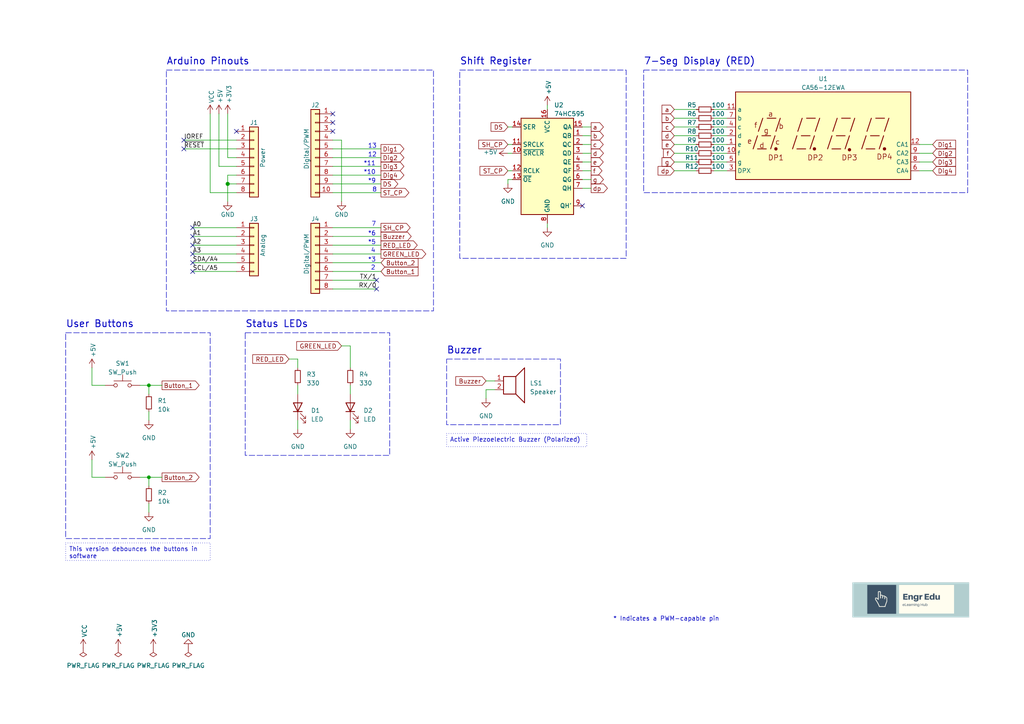
<source format=kicad_sch>
(kicad_sch (version 20230121) (generator eeschema)
  (paper "A4")
  (title_block (title "Arduino Uno Shield") (date "2023-03-22") (rev "1.0"))
  (lib_symbols
    (symbol "74xx:74HC595"
      (property "Reference" "U" (at -7.62 13.97 0))
      (property "Value" "74HC595" (at -7.62 -16.51 0))
      (symbol "74HC595_1_0"
        (pin tri_state line (at 10.16 7.62 180) (length 2.54) (name "QB") (number "1"))
        (pin input line (at -10.16 2.54 0) (length 2.54) (name "~{SRCLR}") (number "10"))
        (pin input line (at -10.16 5.08 0) (length 2.54) (name "SRCLK") (number "11"))
        (pin input line (at -10.16 -2.54 0) (length 2.54) (name "RCLK") (number "12"))
        (pin input line (at -10.16 -5.08 0) (length 2.54) (name "~{OE}") (number "13"))
        (pin input line (at -10.16 10.16 0) (length 2.54) (name "SER") (number "14"))
        (pin tri_state line (at 10.16 10.16 180) (length 2.54) (name "QA") (number "15"))
        (pin power_in line (at 0 15.24 270) (length 2.54) (name "VCC") (number "16"))
        (pin tri_state line (at 10.16 5.08 180) (length 2.54) (name "QC") (number "2"))
        (pin tri_state line (at 10.16 2.54 180) (length 2.54) (name "QD") (number "3"))
        (pin tri_state line (at 10.16 0 180) (length 2.54) (name "QE") (number "4"))
        (pin tri_state line (at 10.16 -2.54 180) (length 2.54) (name "QF") (number "5"))
        (pin tri_state line (at 10.16 -5.08 180) (length 2.54) (name "QG") (number "6"))
        (pin tri_state line (at 10.16 -7.62 180) (length 2.54) (name "QH") (number "7"))
        (pin power_in line (at 0 -17.78 90) (length 2.54) (name "GND") (number "8"))
        (pin output line (at 10.16 -12.7 180) (length 2.54) (name "QH'") (number "9"))
      )
      (symbol "74HC595_1_1"
        (rectangle (start -7.62 12.7) (end 7.62 -15.24) (stroke (width 0.254)) (fill (type background)))
      )
    )
    (symbol "Connector_Generic:Conn_01x06" (pin_names (offset 1.016) hide)
      (property "Reference" "J" (at 0 7.62 0))
      (property "Value" "Conn_01x06" (at 0 -10.16 0))
      (symbol "Conn_01x06_1_1"
        (rectangle (start -1.27 -7.493) (end 0 -7.747) (stroke (width 0.1524)))
        (rectangle (start -1.27 -4.953) (end 0 -5.207) (stroke (width 0.1524)))
        (rectangle (start -1.27 -2.413) (end 0 -2.667) (stroke (width 0.1524)))
        (rectangle (start -1.27 0.127) (end 0 -0.127) (stroke (width 0.1524)))
        (rectangle (start -1.27 2.667) (end 0 2.413) (stroke (width 0.1524)))
        (rectangle (start -1.27 5.207) (end 0 4.953) (stroke (width 0.1524)))
        (rectangle (start -1.27 6.35) (end 1.27 -8.89) (stroke (width 0.254)) (fill (type background)))
        (pin passive line (at -5.08 5.08 0) (length 3.81) (name "Pin_1") (number "1"))
        (pin passive line (at -5.08 2.54 0) (length 3.81) (name "Pin_2") (number "2"))
        (pin passive line (at -5.08 0 0) (length 3.81) (name "Pin_3") (number "3"))
        (pin passive line (at -5.08 -2.54 0) (length 3.81) (name "Pin_4") (number "4"))
        (pin passive line (at -5.08 -5.08 0) (length 3.81) (name "Pin_5") (number "5"))
        (pin passive line (at -5.08 -7.62 0) (length 3.81) (name "Pin_6") (number "6"))
      )
    )
    (symbol "Connector_Generic:Conn_01x08" (pin_names (offset 1.016) hide)
      (property "Reference" "J" (at 0 10.16 0))
      (property "Value" "Conn_01x08" (at 0 -12.7 0))
      (symbol "Conn_01x08_1_1"
        (rectangle (start -1.27 -10.033) (end 0 -10.287) (stroke (width 0.1524)))
        (rectangle (start -1.27 -7.493) (end 0 -7.747) (stroke (width 0.1524)))
        (rectangle (start -1.27 -4.953) (end 0 -5.207) (stroke (width 0.1524)))
        (rectangle (start -1.27 -2.413) (end 0 -2.667) (stroke (width 0.1524)))
        (rectangle (start -1.27 0.127) (end 0 -0.127) (stroke (width 0.1524)))
        (rectangle (start -1.27 2.667) (end 0 2.413) (stroke (width 0.1524)))
        (rectangle (start -1.27 5.207) (end 0 4.953) (stroke (width 0.1524)))
        (rectangle (start -1.27 7.747) (end 0 7.493) (stroke (width 0.1524)))
        (rectangle (start -1.27 8.89) (end 1.27 -11.43) (stroke (width 0.254)) (fill (type background)))
        (pin passive line (at -5.08 7.62 0) (length 3.81) (name "Pin_1") (number "1"))
        (pin passive line (at -5.08 5.08 0) (length 3.81) (name "Pin_2") (number "2"))
        (pin passive line (at -5.08 2.54 0) (length 3.81) (name "Pin_3") (number "3"))
        (pin passive line (at -5.08 0 0) (length 3.81) (name "Pin_4") (number "4"))
        (pin passive line (at -5.08 -2.54 0) (length 3.81) (name "Pin_5") (number "5"))
        (pin passive line (at -5.08 -5.08 0) (length 3.81) (name "Pin_6") (number "6"))
        (pin passive line (at -5.08 -7.62 0) (length 3.81) (name "Pin_7") (number "7"))
        (pin passive line (at -5.08 -10.16 0) (length 3.81) (name "Pin_8") (number "8"))
      )
    )
    (symbol "Connector_Generic:Conn_01x10" (pin_names (offset 1.016) hide)
      (property "Reference" "J" (at 0 12.7 0))
      (property "Value" "Conn_01x10" (at 0 -15.24 0))
      (symbol "Conn_01x10_1_1"
        (rectangle (start -1.27 -12.573) (end 0 -12.827) (stroke (width 0.1524)))
        (rectangle (start -1.27 -10.033) (end 0 -10.287) (stroke (width 0.1524)))
        (rectangle (start -1.27 -7.493) (end 0 -7.747) (stroke (width 0.1524)))
        (rectangle (start -1.27 -4.953) (end 0 -5.207) (stroke (width 0.1524)))
        (rectangle (start -1.27 -2.413) (end 0 -2.667) (stroke (width 0.1524)))
        (rectangle (start -1.27 0.127) (end 0 -0.127) (stroke (width 0.1524)))
        (rectangle (start -1.27 2.667) (end 0 2.413) (stroke (width 0.1524)))
        (rectangle (start -1.27 5.207) (end 0 4.953) (stroke (width 0.1524)))
        (rectangle (start -1.27 7.747) (end 0 7.493) (stroke (width 0.1524)))
        (rectangle (start -1.27 10.287) (end 0 10.033) (stroke (width 0.1524)))
        (rectangle (start -1.27 11.43) (end 1.27 -13.97) (stroke (width 0.254)) (fill (type background)))
        (pin passive line (at -5.08 10.16 0) (length 3.81) (name "Pin_1") (number "1"))
        (pin passive line (at -5.08 -12.7 0) (length 3.81) (name "Pin_10") (number "10"))
        (pin passive line (at -5.08 7.62 0) (length 3.81) (name "Pin_2") (number "2"))
        (pin passive line (at -5.08 5.08 0) (length 3.81) (name "Pin_3") (number "3"))
        (pin passive line (at -5.08 2.54 0) (length 3.81) (name "Pin_4") (number "4"))
        (pin passive line (at -5.08 0 0) (length 3.81) (name "Pin_5") (number "5"))
        (pin passive line (at -5.08 -2.54 0) (length 3.81) (name "Pin_6") (number "6"))
        (pin passive line (at -5.08 -5.08 0) (length 3.81) (name "Pin_7") (number "7"))
        (pin passive line (at -5.08 -7.62 0) (length 3.81) (name "Pin_8") (number "8"))
        (pin passive line (at -5.08 -10.16 0) (length 3.81) (name "Pin_9") (number "9"))
      )
    )
    (symbol "Device:LED" (pin_numbers hide) (pin_names (offset 1.016) hide)
      (property "Reference" "D" (at 0 2.54 0))
      (property "Value" "LED" (at 0 -2.54 0))
      (symbol "LED_0_1"
        (polyline (pts (xy -1.27 -1.27) (xy -1.27 1.27)) (stroke (width 0.254)))
        (polyline (pts (xy -1.27 0) (xy 1.27 0)))
        (polyline (pts (xy 1.27 -1.27) (xy 1.27 1.27) (xy -1.27 0) (xy 1.27 -1.27)) (stroke (width 0.254)))
        (polyline (pts (xy -3.048 -0.762) (xy -4.572 -2.286) (xy -3.81 -2.286) (xy -4.572 -2.286) (xy -4.572 -1.524)))
        (polyline (pts (xy -1.778 -0.762) (xy -3.302 -2.286) (xy -2.54 -2.286) (xy -3.302 -2.286) (xy -3.302 -1.524)))
      )
      (symbol "LED_1_1"
        (pin passive line (at -3.81 0 0) (length 2.54) (name "K") (number "1"))
        (pin passive line (at 3.81 0 180) (length 2.54) (name "A") (number "2"))
      )
    )
    (symbol "Device:R_Small" (pin_numbers hide) (pin_names (offset 0.254) hide)
      (property "Reference" "R" (at 0.762 0.508 0))
      (property "Value" "R_Small" (at 0.762 -1.016 0))
      (symbol "R_Small_0_1"
        (rectangle (start -0.762 1.778) (end 0.762 -1.778) (stroke (width 0.2032)))
      )
      (symbol "R_Small_1_1"
        (pin passive line (at 0 2.54 270) (length 0.762) (name "~") (number "1"))
        (pin passive line (at 0 -2.54 90) (length 0.762) (name "~") (number "2"))
      )
    )
    (symbol "Device:Speaker" (pin_names (offset 0) hide)
      (property "Reference" "LS" (at 1.27 5.715 0))
      (property "Value" "Speaker" (at 1.27 3.81 0))
      (symbol "Speaker_0_0"
        (rectangle (start -2.54 1.27) (end 1.016 -3.81) (stroke (width 0.254)))
        (polyline (pts (xy 1.016 1.27) (xy 3.556 3.81) (xy 3.556 -6.35) (xy 1.016 -3.81)) (stroke (width 0.254)))
      )
      (symbol "Speaker_1_1"
        (pin input line (at -5.08 0 0) (length 2.54) (name "1") (number "1"))
        (pin input line (at -5.08 -2.54 0) (length 2.54) (name "2") (number "2"))
      )
    )
    (symbol "Display_Character:CA56-12EWA"
      (property "Reference" "U" (at -24.13 13.97 0))
      (property "Value" "CA56-12EWA" (at 19.05 13.97 0))
      (symbol "CA56-12EWA_0_0"
        (rectangle (start -25.4 12.7) (end 25.4 -12.7) (stroke (width 0.254)) (fill (type background)))
        (polyline (pts (xy -20.32 -3.81) (xy -19.05 0)) (stroke (width 0.254)))
        (polyline (pts (xy -19.05 -3.81) (xy -16.51 -3.81)) (stroke (width 0.254)))
        (polyline (pts (xy -18.796 1.27) (xy -17.526 5.08)) (stroke (width 0.254)))
        (polyline (pts (xy -17.78 0) (xy -15.24 0)) (stroke (width 0.254)))
        (polyline (pts (xy -16.256 5.08) (xy -13.716 5.08)) (stroke (width 0.254)))
        (polyline (pts (xy -15.24 -3.81) (xy -13.97 0)) (stroke (width 0.254)))
        (polyline (pts (xy -13.716 1.27) (xy -12.446 5.08)) (stroke (width 0.254)))
        (polyline (pts (xy -8.89 -3.81) (xy -7.62 0)) (stroke (width 0.254)))
        (polyline (pts (xy -7.62 -3.81) (xy -5.08 -3.81)) (stroke (width 0.254)))
        (polyline (pts (xy -7.366 1.27) (xy -6.096 5.08)) (stroke (width 0.254)))
        (polyline (pts (xy -6.35 0) (xy -3.81 0)) (stroke (width 0.254)))
        (polyline (pts (xy -4.826 5.08) (xy -2.286 5.08)) (stroke (width 0.254)))
        (polyline (pts (xy -3.81 -3.81) (xy -2.54 0)) (stroke (width 0.254)))
        (polyline (pts (xy -2.286 1.27) (xy -1.016 5.08)) (stroke (width 0.254)))
        (polyline (pts (xy 1.27 -3.81) (xy 2.54 0)) (stroke (width 0.254)))
        (polyline (pts (xy 2.54 -3.81) (xy 5.08 -3.81)) (stroke (width 0.254)))
        (polyline (pts (xy 2.794 1.27) (xy 4.064 5.08)) (stroke (width 0.254)))
        (polyline (pts (xy 3.81 0) (xy 6.35 0)) (stroke (width 0.254)))
        (polyline (pts (xy 5.334 5.08) (xy 7.874 5.08)) (stroke (width 0.254)))
        (polyline (pts (xy 6.35 -3.81) (xy 7.62 0)) (stroke (width 0.254)))
        (polyline (pts (xy 7.874 1.27) (xy 9.144 5.08)) (stroke (width 0.254)))
        (polyline (pts (xy 11.176 -3.81) (xy 12.446 0)) (stroke (width 0.254)))
        (polyline (pts (xy 12.446 -3.81) (xy 14.986 -3.81)) (stroke (width 0.254)))
        (polyline (pts (xy 12.7 1.27) (xy 13.97 5.08)) (stroke (width 0.254)))
        (polyline (pts (xy 13.716 0) (xy 16.256 0)) (stroke (width 0.254)))
        (polyline (pts (xy 15.24 5.08) (xy 17.78 5.08)) (stroke (width 0.254)))
        (polyline (pts (xy 16.256 -3.81) (xy 17.526 0)) (stroke (width 0.254)))
        (polyline (pts (xy 17.78 1.27) (xy 19.05 5.08)) (stroke (width 0.254)))
        (text "a" (at -15.24 6.35 0) (effects (font (size 1.524 1.524))))
        (text "b" (at -12.192 2.794 0) (effects (font (size 1.524 1.524))))
        (text "c" (at -13.208 -1.778 0) (effects (font (size 1.524 1.524))))
        (text "d" (at -17.78 -2.794 0) (effects (font (size 1.524 1.524))))
        (text "DP1" (at -13.716 -6.35 0) (effects (font (size 1.524 1.524))))
        (text "DP2" (at -2.286 -6.35 0) (effects (font (size 1.524 1.524))))
        (text "DP3" (at 7.62 -6.35 0) (effects (font (size 1.524 1.524))))
        (text "DP4" (at 17.78 -6.096 0) (effects (font (size 1.524 1.524))))
        (text "e" (at -21.336 -1.524 0) (effects (font (size 1.524 1.524))))
        (text "f" (at -19.558 3.048 0) (effects (font (size 1.524 1.524))))
        (text "g" (at -16.51 1.524 0) (effects (font (size 1.524 1.524))))
      )
      (symbol "CA56-12EWA_0_1"
        (circle (center -13.716 -3.81) (radius 0.3556) (stroke (width 0.254)) (fill (type outline)))
        (circle (center -2.54 -3.81) (radius 0.3556) (stroke (width 0.254)) (fill (type outline)))
      )
      (symbol "CA56-12EWA_1_0"
        (circle (center 7.62 -4.064) (radius 0.3556) (stroke (width 0.254)) (fill (type outline)))
        (circle (center 17.78 -3.81) (radius 0.3556) (stroke (width 0.254)) (fill (type outline)))
      )
      (symbol "CA56-12EWA_1_1"
        (pin input line (at -27.94 -2.54 0) (length 2.54) (name "e") (number "1"))
        (pin input line (at -27.94 -5.08 0) (length 2.54) (name "f") (number "10"))
        (pin input line (at -27.94 7.62 0) (length 2.54) (name "a") (number "11"))
        (pin input line (at 27.94 -2.54 180) (length 2.54) (name "CA1") (number "12"))
        (pin input line (at -27.94 0 0) (length 2.54) (name "d") (number "2"))
        (pin input line (at -27.94 -10.16 0) (length 2.54) (name "DPX") (number "3"))
        (pin input line (at -27.94 2.54 0) (length 2.54) (name "c") (number "4"))
        (pin input line (at -27.94 -7.62 0) (length 2.54) (name "g") (number "5"))
        (pin input line (at 27.94 -10.16 180) (length 2.54) (name "CA4") (number "6"))
        (pin input line (at -27.94 5.08 0) (length 2.54) (name "b") (number "7"))
        (pin input line (at 27.94 -7.62 180) (length 2.54) (name "CA3") (number "8"))
        (pin input line (at 27.94 -5.08 180) (length 2.54) (name "CA2") (number "9"))
      )
    )
    (symbol "GND_1" (power) (pin_names (offset 0))
      (property "Value" "GND_1" (at 0 -3.81 0))
      (symbol "GND_1_0_1"
        (polyline (pts (xy 0 0) (xy 0 -1.27) (xy 1.27 -1.27) (xy 0 -2.54) (xy -1.27 -1.27) (xy 0 -1.27)))
      )
      (symbol "GND_1_1_1"
        (pin power_in line (at 0 0 270) (length 0) hide (name "GND") (number "1"))
      )
    )
    (symbol "GND_2" (power) (pin_names (offset 0))
      (property "Value" "GND_2" (at 0 -3.81 0))
      (symbol "GND_2_0_1"
        (polyline (pts (xy 0 0) (xy 0 -1.27) (xy 1.27 -1.27) (xy 0 -2.54) (xy -1.27 -1.27) (xy 0 -1.27)))
      )
      (symbol "GND_2_1_1"
        (pin power_in line (at 0 0 270) (length 0) hide (name "GND") (number "1"))
      )
    )
    (symbol "GND_3" (power) (pin_names (offset 0))
      (property "Value" "GND_3" (at 0 -3.81 0))
      (symbol "GND_3_0_1"
        (polyline (pts (xy 0 0) (xy 0 -1.27) (xy 1.27 -1.27) (xy 0 -2.54) (xy -1.27 -1.27) (xy 0 -1.27)))
      )
      (symbol "GND_3_1_1"
        (pin power_in line (at 0 0 270) (length 0) hide (name "GND") (number "1"))
      )
    )
    (symbol "GND_4" (power) (pin_names (offset 0))
      (property "Value" "GND_4" (at 0 -3.81 0))
      (symbol "GND_4_0_1"
        (polyline (pts (xy 0 0) (xy 0 -1.27) (xy 1.27 -1.27) (xy 0 -2.54) (xy -1.27 -1.27) (xy 0 -1.27)))
      )
      (symbol "GND_4_1_1"
        (pin power_in line (at 0 0 270) (length 0) hide (name "GND") (number "1"))
      )
    )
    (symbol "Switch:SW_Push" (pin_numbers hide) (pin_names (offset 1.016) hide)
      (property "Reference" "SW" (at 1.27 2.54 0))
      (property "Value" "SW_Push" (at 0 -1.524 0))
      (symbol "SW_Push_0_1"
        (circle (center -2.032 0) (radius 0.508))
        (polyline (pts (xy 0 1.27) (xy 0 3.048)))
        (polyline (pts (xy 2.54 1.27) (xy -2.54 1.27)))
        (circle (center 2.032 0) (radius 0.508))
        (pin passive line (at -5.08 0 0) (length 2.54) (name "1") (number "1"))
        (pin passive line (at 5.08 0 180) (length 2.54) (name "2") (number "2"))
      )
    )
    (symbol "power:+3V3" (power) (pin_names (offset 0))
      (property "Value" "+3V3" (at 0 3.556 0))
      (symbol "+3V3_0_1"
        (polyline (pts (xy -0.762 1.27) (xy 0 2.54)))
        (polyline (pts (xy 0 0) (xy 0 2.54)))
        (polyline (pts (xy 0 2.54) (xy 0.762 1.27)))
      )
      (symbol "+3V3_1_1"
        (pin power_in line (at 0 0 90) (length 0) hide (name "+3V3") (number "1"))
      )
    )
    (symbol "power:+5V" (power) (pin_names (offset 0))
      (property "Value" "+5V" (at 0 3.556 0))
      (symbol "+5V_0_1"
        (polyline (pts (xy -0.762 1.27) (xy 0 2.54)))
        (polyline (pts (xy 0 0) (xy 0 2.54)))
        (polyline (pts (xy 0 2.54) (xy 0.762 1.27)))
      )
      (symbol "+5V_1_1"
        (pin power_in line (at 0 0 90) (length 0) hide (name "+5V") (number "1"))
      )
    )
    (symbol "power:GND" (power) (pin_names (offset 0))
      (property "Value" "GND" (at 0 -3.81 0))
      (symbol "GND_0_1"
        (polyline (pts (xy 0 0) (xy 0 -1.27) (xy 1.27 -1.27) (xy 0 -2.54) (xy -1.27 -1.27) (xy 0 -1.27)))
      )
      (symbol "GND_1_1"
        (pin power_in line (at 0 0 270) (length 0) hide (name "GND") (number "1"))
      )
    )
    (symbol "power:PWR_FLAG" (power) (pin_numbers hide) (pin_names (offset 0) hide)
      (property "Value" "PWR_FLAG" (at 0 3.81 0))
      (symbol "PWR_FLAG_0_0"
        (pin power_out line (at 0 0 90) (length 0) (name "pwr") (number "1"))
      )
      (symbol "PWR_FLAG_0_1"
        (polyline (pts (xy 0 0) (xy 0 1.27) (xy -1.016 1.905) (xy 0 2.54) (xy 1.016 1.905) (xy 0 1.27)))
      )
    )
    (symbol "power:VCC" (power) (pin_names (offset 0))
      (property "Value" "VCC" (at 0 3.81 0))
      (symbol "VCC_0_1"
        (polyline (pts (xy -0.762 1.27) (xy 0 2.54)))
        (polyline (pts (xy 0 0) (xy 0 2.54)))
        (polyline (pts (xy 0 2.54) (xy 0.762 1.27)))
      )
      (symbol "VCC_1_1"
        (pin power_in line (at 0 0 90) (length 0) hide (name "VCC") (number "1"))
      )
    )
  )
  (junction (at 66.04 53.34) (diameter 1.016))
  (junction (at 43.18 138.43))
  (junction (at 43.18 111.76))
  (no_connect (at 168.91 59.69))
  (no_connect (at 53.34 40.64))
  (no_connect (at 109.22 81.28))
  (no_connect (at 55.88 73.66))
  (no_connect (at 96.52 38.1))
  (no_connect (at 55.88 78.74))
  (no_connect (at 53.34 43.18))
  (no_connect (at 96.52 35.56))
  (no_connect (at 55.88 66.04))
  (no_connect (at 68.58 38.1))
  (no_connect (at 55.88 71.12))
  (no_connect (at 109.22 83.82))
  (no_connect (at 55.88 76.2))
  (no_connect (at 96.52 33.02))
  (no_connect (at 55.88 68.58))
  (wire (pts (xy 96.52 83.82) (xy 109.22 83.82)))
  (wire (pts (xy 158.75 64.77) (xy 158.75 66.04)))
  (wire (pts (xy 96.52 50.8) (xy 110.49 50.8)))
  (wire (pts (xy 43.18 138.43) (xy 43.18 140.97)))
  (wire (pts (xy 207.01 36.83) (xy 210.82 36.83)))
  (wire (pts (xy 66.04 50.8) (xy 66.04 53.34)))
  (wire (pts (xy 140.97 113.03) (xy 140.97 115.57)))
  (wire (pts (xy 168.91 36.83) (xy 171.45 36.83)))
  (wire (pts (xy 43.18 138.43) (xy 46.99 138.43)))
  (wire (pts (xy 30.48 111.76) (xy 26.67 111.76)))
  (wire (pts (xy 43.18 111.76) (xy 43.18 114.3)))
  (wire (pts (xy 66.04 53.34) (xy 66.04 58.42)))
  (wire (pts (xy 86.36 111.76) (xy 86.36 114.3)))
  (wire (pts (xy 66.04 45.72) (xy 68.58 45.72)))
  (wire (pts (xy 63.5 48.26) (xy 68.58 48.26)))
  (wire (pts (xy 147.32 41.91) (xy 148.59 41.91)))
  (wire (pts (xy 63.5 33.02) (xy 63.5 48.26)))
  (wire (pts (xy 55.88 78.74) (xy 68.58 78.74)))
  (wire (pts (xy 96.52 43.18) (xy 110.49 43.18)))
  (wire (pts (xy 66.04 33.02) (xy 66.04 45.72)))
  (wire (pts (xy 96.52 66.04) (xy 110.49 66.04)))
  (wire (pts (xy 195.58 36.83) (xy 201.93 36.83)))
  (wire (pts (xy 140.97 110.49) (xy 143.51 110.49)))
  (wire (pts (xy 68.58 66.04) (xy 55.88 66.04)))
  (wire (pts (xy 266.7 44.45) (xy 270.51 44.45)))
  (wire (pts (xy 96.52 45.72) (xy 110.49 45.72)))
  (wire (pts (xy 101.6 100.33) (xy 101.6 106.68)))
  (wire (pts (xy 96.52 68.58) (xy 110.49 68.58)))
  (wire (pts (xy 195.58 34.29) (xy 201.93 34.29)))
  (wire (pts (xy 148.59 52.07) (xy 147.32 52.07)))
  (wire (pts (xy 101.6 111.76) (xy 101.6 114.3)))
  (wire (pts (xy 195.58 41.91) (xy 201.93 41.91)))
  (wire (pts (xy 158.75 30.48) (xy 158.75 31.75)))
  (wire (pts (xy 96.52 53.34) (xy 110.49 53.34)))
  (wire (pts (xy 99.06 100.33) (xy 101.6 100.33)))
  (wire (pts (xy 96.52 73.66) (xy 110.49 73.66)))
  (wire (pts (xy 195.58 44.45) (xy 201.93 44.45)))
  (wire (pts (xy 53.34 40.64) (xy 68.58 40.64)))
  (wire (pts (xy 147.32 36.83) (xy 148.59 36.83)))
  (wire (pts (xy 207.01 31.75) (xy 210.82 31.75)))
  (wire (pts (xy 43.18 111.76) (xy 46.99 111.76)))
  (wire (pts (xy 101.6 121.92) (xy 101.6 124.46)))
  (wire (pts (xy 168.91 49.53) (xy 171.45 49.53)))
  (wire (pts (xy 266.7 46.99) (xy 270.51 46.99)))
  (wire (pts (xy 99.06 40.64) (xy 99.06 58.42)))
  (wire (pts (xy 147.32 44.45) (xy 148.59 44.45)))
  (wire (pts (xy 207.01 39.37) (xy 210.82 39.37)))
  (wire (pts (xy 40.64 111.76) (xy 43.18 111.76)))
  (wire (pts (xy 68.58 71.12) (xy 55.88 71.12)))
  (wire (pts (xy 53.34 43.18) (xy 68.58 43.18)))
  (wire (pts (xy 68.58 53.34) (xy 66.04 53.34)))
  (wire (pts (xy 195.58 49.53) (xy 201.93 49.53)))
  (wire (pts (xy 143.51 113.03) (xy 140.97 113.03)))
  (wire (pts (xy 68.58 55.88) (xy 60.96 55.88)))
  (wire (pts (xy 55.88 68.58) (xy 68.58 68.58)))
  (wire (pts (xy 147.32 52.07) (xy 147.32 53.34)))
  (wire (pts (xy 207.01 46.99) (xy 210.82 46.99)))
  (wire (pts (xy 168.91 41.91) (xy 171.45 41.91)))
  (wire (pts (xy 207.01 34.29) (xy 210.82 34.29)))
  (wire (pts (xy 195.58 39.37) (xy 201.93 39.37)))
  (wire (pts (xy 207.01 44.45) (xy 210.82 44.45)))
  (wire (pts (xy 96.52 40.64) (xy 99.06 40.64)))
  (wire (pts (xy 68.58 50.8) (xy 66.04 50.8)))
  (wire (pts (xy 43.18 119.38) (xy 43.18 121.92)))
  (wire (pts (xy 168.91 44.45) (xy 171.45 44.45)))
  (wire (pts (xy 96.52 48.26) (xy 110.49 48.26)))
  (wire (pts (xy 266.7 49.53) (xy 270.51 49.53)))
  (wire (pts (xy 168.91 46.99) (xy 171.45 46.99)))
  (wire (pts (xy 26.67 111.76) (xy 26.67 106.68)))
  (wire (pts (xy 168.91 39.37) (xy 171.45 39.37)))
  (wire (pts (xy 96.52 71.12) (xy 110.49 71.12)))
  (wire (pts (xy 43.18 146.05) (xy 43.18 148.59)))
  (wire (pts (xy 55.88 73.66) (xy 68.58 73.66)))
  (wire (pts (xy 195.58 31.75) (xy 201.93 31.75)))
  (wire (pts (xy 195.58 46.99) (xy 201.93 46.99)))
  (wire (pts (xy 86.36 104.14) (xy 86.36 106.68)))
  (wire (pts (xy 86.36 121.92) (xy 86.36 124.46)))
  (wire (pts (xy 26.67 138.43) (xy 26.67 133.35)))
  (wire (pts (xy 96.52 78.74) (xy 110.49 78.74)))
  (wire (pts (xy 207.01 41.91) (xy 210.82 41.91)))
  (wire (pts (xy 96.52 76.2) (xy 110.49 76.2)))
  (wire (pts (xy 168.91 54.61) (xy 171.45 54.61)))
  (wire (pts (xy 266.7 41.91) (xy 270.51 41.91)))
  (wire (pts (xy 30.48 138.43) (xy 26.67 138.43)))
  (wire (pts (xy 147.32 49.53) (xy 148.59 49.53)))
  (wire (pts (xy 40.64 138.43) (xy 43.18 138.43)))
  (wire (pts (xy 96.52 81.28) (xy 109.22 81.28)))
  (wire (pts (xy 60.96 55.88) (xy 60.96 33.02)))
  (wire (pts (xy 83.82 104.14) (xy 86.36 104.14)))
  (wire (pts (xy 68.58 76.2) (xy 55.88 76.2)))
  (wire (pts (xy 168.91 52.07) (xy 171.45 52.07)))
  (wire (pts (xy 96.52 55.88) (xy 110.49 55.88)))
  (wire (pts (xy 207.01 49.53) (xy 210.82 49.53)))
  (rectangle (start 71.12 96.52) (end 113.03 132.08) (stroke (width 0) (type dash)))
  (rectangle (start 129.54 104.14) (end 162.56 123.19) (stroke (width 0) (type dash)))
  (rectangle (start 48.26 20.32) (end 125.73 90.17) (stroke (width 0) (type dash)))
  (rectangle (start 19.05 96.52) (end 60.96 156.21) (stroke (width 0) (type dash)))
  (rectangle (start 133.35 20.32) (end 181.61 74.93) (stroke (width 0) (type dash)))
  (rectangle (start 186.69 20.32) (end 280.67 55.88) (stroke (width 0) (type dash)))
  (image (at 264.16 173.99) (scale 0.800628))
  (text_box "Active Piezoelectric Buzzer (Polarized)" (at 129.54 125.73 0) (size 40.64 3.81) (stroke (width 0) (type dot)) (effects (font (size 1.27 1.27)) (justify left top)))
  (text_box "This version debounces the buttons in software" (at 19.05 157.48 0) (size 41.91 5.08) (stroke (width 0) (type dot)) (effects (font (size 1.27 1.27)) (justify left top)))
  (text "Shift Register" (at 133.35 19.05 0) (effects (font (size 2 2) (thickness 0.254) bold) (justify left bottom)))
  (text "*10\n" (at 105.41 50.8 0) (effects (font (size 1.27 1.27)) (justify left bottom)))
  (text "*5\n" (at 106.68 71.12 0) (effects (font (size 1.27 1.27)) (justify left bottom)))
  (text "2" (at 107.5197 78.5097 0) (effects (font (size 1.27 1.27)) (justify left bottom)))
  (text "8\n" (at 107.95 55.88 0) (effects (font (size 1.27 1.27)) (justify left bottom)))
  (text "*6" (at 106.68 68.58 0) (effects (font (size 1.27 1.27)) (justify left bottom)))
  (text "12\n" (at 106.68 45.72 0) (effects (font (size 1.27 1.27)) (justify left bottom)))
  (text "*3" (at 106.68 76.2 0) (effects (font (size 1.27 1.27)) (justify left bottom)))
  (text "13\n" (at 106.68 43.18 0) (effects (font (size 1.27 1.27)) (justify left bottom)))
  (text "7" (at 107.7116 65.8176 0) (effects (font (size 1.27 1.27)) (justify left bottom)))
  (text "Status LEDs" (at 71.12 95.25 0) (effects (font (size 2 2) (thickness 0.254) bold) (justify left bottom)))
  (text "Arduino Pinouts" (at 48.26 19.05 0) (effects (font (size 2 2) (thickness 0.254) bold) (justify left bottom)))
  (text "User Buttons" (at 19.05 95.25 0) (effects (font (size 2 2) (thickness 0.254) bold) (justify left bottom)))
  (text "Buzzer" (at 129.54 102.87 0) (effects (font (size 2 2) (thickness 0.254) bold) (justify left bottom)))
  (text "* Indicates a PWM-capable pin" (at 177.8 180.34 0) (effects (font (size 1.27 1.27)) (justify left bottom)))
  (text "7-Seg Display (RED)" (at 186.69 19.05 0) (effects (font (size 2 2) (thickness 0.254) bold) (justify left bottom)))
  (text "4" (at 107.5437 73.5192 0) (effects (font (size 1.27 1.27)) (justify left bottom)))
  (text "*11" (at 105.41 48.26 0) (effects (font (size 1.27 1.27)) (justify left bottom)))
  (text "*9\n" (at 106.68 53.34 0) (effects (font (size 1.27 1.27)) (justify left bottom)))
  (label "RX{slash}0" (at 109.22 83.82 180))
  (label "A2" (at 55.88 71.12 0))
  (label "A3" (at 55.88 73.66 0))
  (label "~{RESET}" (at 53.34 43.18 0))
  (label "A1" (at 55.88 68.58 0))
  (label "TX{slash}1" (at 109.22 81.28 180))
  (label "A0" (at 55.88 66.04 0))
  (label "IOREF" (at 53.34 40.64 0))
  (label "SDA{slash}A4" (at 55.88 76.2 0))
  (label "SCL{slash}A5" (at 55.88 78.74 0))
  (global_label "e" (shape output) (at 171.45 46.99 0) (property "Intersheetrefs" "${INTERSHEET_REFS}" (effects hide)))
  (global_label "Button_1" (shape output) (at 46.99 111.76 0) (property "Intersheetrefs" "${INTERSHEET_REFS}" (effects hide)))
  (global_label "Button_1" (shape input) (at 110.49 78.74 0) (property "Intersheetrefs" "${INTERSHEET_REFS}" (effects hide)))
  (global_label "g" (shape output) (at 171.45 52.07 0) (property "Intersheetrefs" "${INTERSHEET_REFS}" (effects hide)))
  (global_label "dp" (shape output) (at 171.45 54.61 0) (property "Intersheetrefs" "${INTERSHEET_REFS}" (effects hide)))
  (global_label "ST_CP" (shape output) (at 110.49 55.88 0) (property "Intersheetrefs" "${INTERSHEET_REFS}" (effects hide)))
  (global_label "b" (shape input) (at 195.58 34.29 180) (property "Intersheetrefs" "${INTERSHEET_REFS}" (effects hide)))
  (global_label "f" (shape output) (at 171.45 49.53 0) (property "Intersheetrefs" "${INTERSHEET_REFS}" (effects hide)))
  (global_label "ST_CP" (shape input) (at 147.32 49.53 180) (property "Intersheetrefs" "${INTERSHEET_REFS}" (effects hide)))
  (global_label "d" (shape input) (at 195.58 39.37 180) (property "Intersheetrefs" "${INTERSHEET_REFS}" (effects hide)))
  (global_label "a" (shape input) (at 195.58 31.75 180) (property "Intersheetrefs" "${INTERSHEET_REFS}" (effects hide)))
  (global_label "c" (shape output) (at 171.45 41.91 0) (property "Intersheetrefs" "${INTERSHEET_REFS}" (effects hide)))
  (global_label "Dig1" (shape output) (at 110.49 43.18 0) (property "Intersheetrefs" "${INTERSHEET_REFS}" (effects hide)))
  (global_label "Buzzer" (shape output) (at 110.49 68.58 0) (property "Intersheetrefs" "${INTERSHEET_REFS}" (effects hide)))
  (global_label "g" (shape input) (at 195.58 46.99 180) (property "Intersheetrefs" "${INTERSHEET_REFS}" (effects hide)))
  (global_label "Button_2" (shape input) (at 110.49 76.2 0) (property "Intersheetrefs" "${INTERSHEET_REFS}" (effects hide)))
  (global_label "Dig1" (shape input) (at 270.51 41.91 0) (property "Intersheetrefs" "${INTERSHEET_REFS}" (effects hide)))
  (global_label "Dig4" (shape output) (at 110.49 50.8 0) (property "Intersheetrefs" "${INTERSHEET_REFS}" (effects hide)))
  (global_label "GREEN_LED" (shape input) (at 99.06 100.33 180) (property "Intersheetrefs" "${INTERSHEET_REFS}" (effects hide)))
  (global_label "a" (shape output) (at 171.45 36.83 0) (property "Intersheetrefs" "${INTERSHEET_REFS}" (effects hide)))
  (global_label "SH_CP" (shape output) (at 110.49 66.04 0) (property "Intersheetrefs" "${INTERSHEET_REFS}" (effects hide)))
  (global_label "Dig2" (shape input) (at 270.51 44.45 0) (property "Intersheetrefs" "${INTERSHEET_REFS}" (effects hide)))
  (global_label "Dig3" (shape output) (at 110.49 48.26 0) (property "Intersheetrefs" "${INTERSHEET_REFS}" (effects hide)))
  (global_label "DS" (shape input) (at 147.32 36.83 180) (property "Intersheetrefs" "${INTERSHEET_REFS}" (effects hide)))
  (global_label "SH_CP" (shape input) (at 147.32 41.91 180) (property "Intersheetrefs" "${INTERSHEET_REFS}" (effects hide)))
  (global_label "Button_2" (shape output) (at 46.99 138.43 0) (property "Intersheetrefs" "${INTERSHEET_REFS}" (effects hide)))
  (global_label "Dig4" (shape input) (at 270.51 49.53 0) (property "Intersheetrefs" "${INTERSHEET_REFS}" (effects hide)))
  (global_label "c" (shape input) (at 195.58 36.83 180) (property "Intersheetrefs" "${INTERSHEET_REFS}" (effects hide)))
  (global_label "Dig2" (shape output) (at 110.49 45.72 0) (property "Intersheetrefs" "${INTERSHEET_REFS}" (effects hide)))
  (global_label "dp" (shape input) (at 195.58 49.53 180) (property "Intersheetrefs" "${INTERSHEET_REFS}" (effects hide)))
  (global_label "Dig3" (shape input) (at 270.51 46.99 0) (property "Intersheetrefs" "${INTERSHEET_REFS}" (effects hide)))
  (global_label "Buzzer" (shape input) (at 140.97 110.49 180) (property "Intersheetrefs" "${INTERSHEET_REFS}" (effects hide)))
  (global_label "RED_LED" (shape output) (at 110.49 71.12 0) (property "Intersheetrefs" "${INTERSHEET_REFS}" (effects hide)))
  (global_label "d" (shape output) (at 171.45 44.45 0) (property "Intersheetrefs" "${INTERSHEET_REFS}" (effects hide)))
  (global_label "e" (shape input) (at 195.58 41.91 180) (property "Intersheetrefs" "${INTERSHEET_REFS}" (effects hide)))
  (global_label "DS" (shape output) (at 110.49 53.34 0) (property "Intersheetrefs" "${INTERSHEET_REFS}" (effects hide)))
  (global_label "GREEN_LED" (shape output) (at 110.49 73.66 0) (property "Intersheetrefs" "${INTERSHEET_REFS}" (effects hide)))
  (global_label "f" (shape input) (at 195.58 44.45 180) (property "Intersheetrefs" "${INTERSHEET_REFS}" (effects hide)))
  (global_label "b" (shape output) (at 171.45 39.37 0) (property "Intersheetrefs" "${INTERSHEET_REFS}" (effects hide)))
  (global_label "RED_LED" (shape input) (at 83.82 104.14 180) (property "Intersheetrefs" "${INTERSHEET_REFS}" (effects hide)))
  (symbol (lib_id "Connector_Generic:Conn_01x08") (at 73.66 45.72 0) (unit 1)
    (property "Reference" "J1" (at 73.66 35.56 0))
    (property "Value" "Power" (at 76.2 45.72 90))
    (property "Footprint" "Connector_PinSocket_2.54mm:PinSocket_1x08_P2.54mm_Vertical" (effects hide))
  )
  (symbol (lib_id "power:+3V3") (at 66.04 33.02 0) (unit 1)
    (property "Reference" "#PWR03" (effects hide))
    (property "Value" "+3.3V" (at 66.421 29.972 90) (effects (justify left)))
  )
  (symbol (lib_id "power:+5V") (at 63.5 33.02 0) (unit 1)
    (property "Reference" "#PWR02" (effects hide))
    (property "Value" "+5V" (at 63.8556 29.972 90) (effects (justify left)))
  )
  (symbol (lib_id "power:GND") (at 66.04 58.42 0) (unit 1)
    (property "Reference" "#PWR04" (effects hide))
    (property "Value" "GND" (at 66.04 62.23 0))
  )
  (symbol (lib_id "Connector_Generic:Conn_01x10") (at 91.44 43.18 0) (mirror y) (unit 1)
    (property "Reference" "J2" (at 91.44 30.48 0))
    (property "Value" "Digital/PWM" (at 88.9 43.18 90))
    (property "Footprint" "Connector_PinSocket_2.54mm:PinSocket_1x10_P2.54mm_Vertical" (effects hide))
  )
  (symbol (lib_id "power:GND") (at 99.06 58.42 0) (unit 1)
    (property "Reference" "#PWR05" (effects hide))
    (property "Value" "GND" (at 99.06 62.23 0))
  )
  (symbol (lib_id "Connector_Generic:Conn_01x06") (at 73.66 71.12 0) (unit 1)
    (property "Reference" "J3" (at 73.66 63.5 0))
    (property "Value" "Analog" (at 76.2 71.12 90))
    (property "Footprint" "Connector_PinSocket_2.54mm:PinSocket_1x06_P2.54mm_Vertical" (effects hide))
  )
  (symbol (lib_id "Connector_Generic:Conn_01x08") (at 91.44 73.66 0) (mirror y) (unit 1)
    (property "Reference" "J4" (at 91.44 63.5 0))
    (property "Value" "Digital/PWM" (at 88.9 73.66 90))
    (property "Footprint" "Connector_PinSocket_2.54mm:PinSocket_1x08_P2.54mm_Vertical" (effects hide))
  )
  (symbol (lib_id "power:+5V") (at 26.67 133.35 0) (unit 1)
    (property "Reference" "#PWR014" (effects hide))
    (property "Value" "+5V" (at 27.0256 130.302 90) (effects (justify left)))
  )
  (symbol (lib_name "GND_4") (lib_id "power:GND") (at 54.61 187.96 180) (unit 1)
    (property "Reference" "#PWR019" (effects hide))
    (property "Value" "GND" (at 54.61 184.15 0))
  )
  (symbol (lib_id "74xx:74HC595") (at 158.75 46.99 0) (unit 1)
    (property "Reference" "U2" (at 160.7059 30.48 0) (effects (justify left)))
    (property "Value" "74HC595" (at 160.7059 33.02 0) (effects (justify left)))
    (property "Footprint" "Package_DIP:DIP-16_W7.62mm_Socket_LongPads" (effects hide))
    (property "Datasheet" "http://www.ti.com/lit/ds/symlink/sn74hc595.pdf" (effects hide))
  )
  (symbol (lib_id "power:PWR_FLAG") (at 24.13 187.96 180) (unit 1)
    (property "Reference" "#FLG01" (effects hide))
    (property "Value" "PWR_FLAG" (at 24.13 193.04 0))
  )
  (symbol (lib_id "power:PWR_FLAG") (at 44.45 187.96 180) (unit 1)
    (property "Reference" "#FLG03" (effects hide))
    (property "Value" "PWR_FLAG" (at 44.45 193.04 0))
  )
  (symbol (lib_id "Device:LED") (at 86.36 118.11 90) (unit 1)
    (property "Reference" "D1" (at 90.17 119.0625 90) (effects (justify right)))
    (property "Value" "LED" (at 90.17 121.6025 90) (effects (justify right)))
    (property "Footprint" "LED_THT:LED_D5.0mm" (effects hide))
  )
  (symbol (lib_id "power:+3V3") (at 44.45 187.96 0) (unit 1)
    (property "Reference" "#PWR018" (effects hide))
    (property "Value" "+3.3V" (at 44.831 184.912 90) (effects (justify left)))
  )
  (symbol (lib_id "Device:R_Small") (at 204.47 39.37 90) (unit 1)
    (property "Reference" "R8" (at 200.66 38.1 90))
    (property "Value" "100" (at 208.28 38.1 90))
    (property "Footprint" "Resistor_THT:R_Axial_DIN0207_L6.3mm_D2.5mm_P10.16mm_Horizontal" (effects hide))
  )
  (symbol (lib_id "power:+5V") (at 158.75 30.48 0) (unit 1)
    (property "Reference" "#PWR07" (effects hide))
    (property "Value" "+5V" (at 159.1056 27.432 90) (effects (justify left)))
  )
  (symbol (lib_id "Device:R_Small") (at 43.18 116.84 0) (unit 1)
    (property "Reference" "R1" (at 45.72 116.205 0) (effects (justify left)))
    (property "Value" "10k" (at 45.72 118.745 0) (effects (justify left)))
    (property "Footprint" "Resistor_THT:R_Axial_DIN0207_L6.3mm_D2.5mm_P10.16mm_Horizontal" (effects hide))
  )
  (symbol (lib_id "Device:R_Small") (at 43.18 143.51 0) (unit 1)
    (property "Reference" "R2" (at 45.72 142.875 0) (effects (justify left)))
    (property "Value" "10k" (at 45.72 145.415 0) (effects (justify left)))
    (property "Footprint" "Resistor_THT:R_Axial_DIN0207_L6.3mm_D2.5mm_P10.16mm_Horizontal" (effects hide))
  )
  (symbol (lib_id "power:VCC") (at 24.13 187.96 0) (unit 1)
    (property "Reference" "#PWR011" (effects hide))
    (property "Value" "VCC" (at 24.511 184.912 90) (effects (justify left)))
  )
  (symbol (lib_id "Device:R_Small") (at 204.47 36.83 90) (unit 1)
    (property "Reference" "R7" (at 200.66 35.56 90))
    (property "Value" "100" (at 208.28 35.56 90))
    (property "Footprint" "Resistor_THT:R_Axial_DIN0207_L6.3mm_D2.5mm_P10.16mm_Horizontal" (effects hide))
  )
  (symbol (lib_id "power:VCC") (at 60.96 33.02 0) (unit 1)
    (property "Reference" "#PWR01" (effects hide))
    (property "Value" "VCC" (at 61.341 29.972 90) (effects (justify left)))
  )
  (symbol (lib_id "Device:LED") (at 101.6 118.11 90) (unit 1)
    (property "Reference" "D2" (at 105.41 119.0625 90) (effects (justify right)))
    (property "Value" "LED" (at 105.41 121.6025 90) (effects (justify right)))
    (property "Footprint" "LED_THT:LED_D5.0mm" (effects hide))
  )
  (symbol (lib_id "power:PWR_FLAG") (at 54.61 187.96 180) (unit 1)
    (property "Reference" "#FLG04" (effects hide))
    (property "Value" "PWR_FLAG" (at 54.61 193.04 0))
  )
  (symbol (lib_id "Device:R_Small") (at 204.47 44.45 90) (unit 1)
    (property "Reference" "R10" (at 200.66 43.18 90))
    (property "Value" "100" (at 208.28 43.18 90))
    (property "Footprint" "Resistor_THT:R_Axial_DIN0207_L6.3mm_D2.5mm_P10.16mm_Horizontal" (effects hide))
  )
  (symbol (lib_id "Device:R_Small") (at 86.36 109.22 0) (unit 1)
    (property "Reference" "R3" (at 88.9 108.585 0) (effects (justify left)))
    (property "Value" "330" (at 88.9 111.125 0) (effects (justify left)))
    (property "Footprint" "Resistor_THT:R_Axial_DIN0207_L6.3mm_D2.5mm_P10.16mm_Horizontal" (effects hide))
  )
  (symbol (lib_name "GND_1") (lib_id "power:GND") (at 43.18 148.59 0) (unit 1)
    (property "Reference" "#PWR015" (effects hide))
    (property "Value" "GND" (at 43.18 153.67 0))
  )
  (symbol (lib_id "Switch:SW_Push") (at 35.56 111.76 0) (unit 1)
    (property "Reference" "SW1" (at 35.56 105.41 0))
    (property "Value" "SW_Push" (at 35.56 107.95 0))
    (property "Footprint" "Button_Switch_THT:SW_PUSH-12mm" (effects hide))
  )
  (symbol (lib_id "Device:R_Small") (at 204.47 31.75 90) (unit 1)
    (property "Reference" "R5" (at 200.66 30.48 90))
    (property "Value" "100" (at 208.28 30.48 90))
    (property "Footprint" "Resistor_THT:R_Axial_DIN0207_L6.3mm_D2.5mm_P10.16mm_Horizontal" (effects hide))
  )
  (symbol (lib_id "power:+5V") (at 147.32 44.45 90) (unit 1)
    (property "Reference" "#PWR09" (effects hide))
    (property "Value" "+5V" (at 144.272 44.0944 90) (effects (justify left)))
  )
  (symbol (lib_name "GND_1") (lib_id "power:GND") (at 147.32 53.34 0) (unit 1)
    (property "Reference" "#PWR08" (effects hide))
    (property "Value" "GND" (at 147.32 58.42 0))
  )
  (symbol (lib_id "Switch:SW_Push") (at 35.56 138.43 0) (unit 1)
    (property "Reference" "SW2" (at 35.56 132.08 0))
    (property "Value" "SW_Push" (at 35.56 134.62 0))
    (property "Footprint" "Button_Switch_THT:SW_PUSH-12mm" (effects hide))
  )
  (symbol (lib_id "Display_Character:CA56-12EWA") (at 238.76 39.37 0) (unit 1)
    (property "Reference" "U1" (at 238.76 22.86 0))
    (property "Value" "CA56-12EWA" (at 238.76 25.4 0))
    (property "Footprint" "Display_7Segment:CA56-12EWA" (effects hide))
    (property "Datasheet" "http://cdn.sparkfun.com/datasheets/Components/LED/1LEDREDCC.pdf" (effects hide))
  )
  (symbol (lib_name "GND_2") (lib_id "power:GND") (at 101.6 124.46 0) (unit 1)
    (property "Reference" "#PWR020" (effects hide))
    (property "Value" "GND" (at 101.6 129.54 0))
  )
  (symbol (lib_id "Device:R_Small") (at 204.47 46.99 90) (unit 1)
    (property "Reference" "R11" (at 200.66 45.72 90))
    (property "Value" "100" (at 208.28 45.72 90))
    (property "Footprint" "Resistor_THT:R_Axial_DIN0207_L6.3mm_D2.5mm_P10.16mm_Horizontal" (effects hide))
  )
  (symbol (lib_id "Device:R_Small") (at 101.6 109.22 0) (unit 1)
    (property "Reference" "R4" (at 104.14 108.585 0) (effects (justify left)))
    (property "Value" "330" (at 104.14 111.125 0) (effects (justify left)))
    (property "Footprint" "Resistor_THT:R_Axial_DIN0207_L6.3mm_D2.5mm_P10.16mm_Horizontal" (effects hide))
  )
  (symbol (lib_id "Device:R_Small") (at 204.47 34.29 90) (unit 1)
    (property "Reference" "R6" (at 200.66 33.02 90))
    (property "Value" "100" (at 208.28 33.02 90))
    (property "Footprint" "Resistor_THT:R_Axial_DIN0207_L6.3mm_D2.5mm_P10.16mm_Horizontal" (effects hide))
  )
  (symbol (lib_name "GND_1") (lib_id "power:GND") (at 140.97 115.57 0) (unit 1)
    (property "Reference" "#PWR016" (effects hide))
    (property "Value" "GND" (at 140.97 120.65 0))
  )
  (symbol (lib_name "GND_3") (lib_id "power:GND") (at 158.75 66.04 0) (unit 1)
    (property "Reference" "#PWR06" (effects hide))
    (property "Value" "GND" (at 158.75 71.12 0))
  )
  (symbol (lib_id "power:+5V") (at 34.29 187.96 0) (unit 1)
    (property "Reference" "#PWR017" (effects hide))
    (property "Value" "+5V" (at 34.6456 184.912 90) (effects (justify left)))
  )
  (symbol (lib_id "Device:R_Small") (at 204.47 41.91 90) (unit 1)
    (property "Reference" "R9" (at 200.66 40.64 90))
    (property "Value" "100" (at 208.28 40.64 90))
    (property "Footprint" "Resistor_THT:R_Axial_DIN0207_L6.3mm_D2.5mm_P10.16mm_Horizontal" (effects hide))
  )
  (symbol (lib_id "Device:Speaker") (at 148.59 110.49 0) (unit 1)
    (property "Reference" "LS1" (at 153.67 111.125 0) (effects (justify left)))
    (property "Value" "Speaker" (at 153.67 113.665 0) (effects (justify left)))
    (property "Footprint" "Buzzer_Beeper:Buzzer_12x9.5RM7.6" (effects hide))
    (property "Datasheet" "https://www.digikey.com/en/products/detail/cui-devices/CMI-1295IC-0585T/11674150?utm_adgroup=Alarms%2C%20Buzzers%2C%20and%20Sirens&utm_source=google&utm_medium=cpc&utm_campaign=Shopping_Product_Audio%20Products_NEW&utm_term=&utm_content=Alarms%2C%20Buzzers%2C%20and%20Sirens&gclid=CjwKCAjwzuqgBhAcEiwAdj5dRt8nz1IuytFLjx3uwWgVUeIhfTmZ3ysWix6dXCToN1KqcPwJXCrWqhoCtbEQAvD_BwE" (effects hide))
  )
  (symbol (lib_id "power:PWR_FLAG") (at 34.29 187.96 180) (unit 1)
    (property "Reference" "#FLG02" (effects hide))
    (property "Value" "PWR_FLAG" (at 34.29 193.04 0))
  )
  (symbol (lib_id "power:+5V") (at 26.67 106.68 0) (unit 1)
    (property "Reference" "#PWR013" (effects hide))
    (property "Value" "+5V" (at 27.0256 103.632 90) (effects (justify left)))
  )
  (symbol (lib_name "GND_1") (lib_id "power:GND") (at 86.36 124.46 0) (unit 1)
    (property "Reference" "#PWR010" (effects hide))
    (property "Value" "GND" (at 86.36 129.54 0))
  )
  (symbol (lib_id "Device:R_Small") (at 204.47 49.53 90) (unit 1)
    (property "Reference" "R12" (at 200.66 48.26 90))
    (property "Value" "100" (at 208.28 48.26 90))
    (property "Footprint" "Resistor_THT:R_Axial_DIN0207_L6.3mm_D2.5mm_P10.16mm_Horizontal" (effects hide))
  )
  (symbol (lib_name "GND_1") (lib_id "power:GND") (at 43.18 121.92 0) (unit 1)
    (property "Reference" "#PWR012" (effects hide))
    (property "Value" "GND" (at 43.18 127 0))
  )
)
</source>
